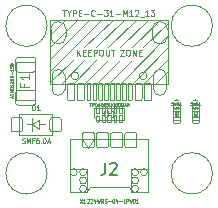
<source format=gbr>
%TF.GenerationSoftware,KiCad,Pcbnew,8.0.4*%
%TF.CreationDate,2024-08-22T18:58:07-07:00*%
%TF.ProjectId,UDB,5544422e-6b69-4636-9164-5f7063625858,C4-RC1*%
%TF.SameCoordinates,Original*%
%TF.FileFunction,AssemblyDrawing,Top*%
%FSLAX46Y46*%
G04 Gerber Fmt 4.6, Leading zero omitted, Abs format (unit mm)*
G04 Created by KiCad (PCBNEW 8.0.4) date 2024-08-22 18:58:07*
%MOMM*%
%LPD*%
G01*
G04 APERTURE LIST*
%ADD10C,0.060000*%
%ADD11C,0.063500*%
%ADD12C,0.120000*%
%ADD13C,0.040000*%
%ADD14C,0.150000*%
%ADD15C,0.125000*%
%ADD16C,0.100000*%
%ADD17C,0.080000*%
%ADD18C,0.050000*%
%ADD19C,0.100000*%
%TD*%
G04 APERTURE END LIST*
D10*
X82138165Y-65404285D02*
X82138165Y-65547142D01*
X82138165Y-65547142D02*
X82281022Y-65561428D01*
X82281022Y-65561428D02*
X82266737Y-65547142D01*
X82266737Y-65547142D02*
X82252451Y-65518571D01*
X82252451Y-65518571D02*
X82252451Y-65447142D01*
X82252451Y-65447142D02*
X82266737Y-65418571D01*
X82266737Y-65418571D02*
X82281022Y-65404285D01*
X82281022Y-65404285D02*
X82309594Y-65389999D01*
X82309594Y-65389999D02*
X82381022Y-65389999D01*
X82381022Y-65389999D02*
X82409594Y-65404285D01*
X82409594Y-65404285D02*
X82423880Y-65418571D01*
X82423880Y-65418571D02*
X82438165Y-65447142D01*
X82438165Y-65447142D02*
X82438165Y-65518571D01*
X82438165Y-65518571D02*
X82423880Y-65547142D01*
X82423880Y-65547142D02*
X82409594Y-65561428D01*
X82409594Y-65261428D02*
X82423880Y-65247142D01*
X82423880Y-65247142D02*
X82438165Y-65261428D01*
X82438165Y-65261428D02*
X82423880Y-65275714D01*
X82423880Y-65275714D02*
X82409594Y-65261428D01*
X82409594Y-65261428D02*
X82438165Y-65261428D01*
X82438165Y-64961428D02*
X82438165Y-65132857D01*
X82438165Y-65047142D02*
X82138165Y-65047142D01*
X82138165Y-65047142D02*
X82181022Y-65075714D01*
X82181022Y-65075714D02*
X82209594Y-65104285D01*
X82209594Y-65104285D02*
X82223880Y-65132857D01*
X82438165Y-64832857D02*
X82138165Y-64832857D01*
X82323880Y-64804286D02*
X82438165Y-64718571D01*
X82238165Y-64718571D02*
X82352451Y-64832857D01*
X80538165Y-65404285D02*
X80538165Y-65547142D01*
X80538165Y-65547142D02*
X80681022Y-65561428D01*
X80681022Y-65561428D02*
X80666737Y-65547142D01*
X80666737Y-65547142D02*
X80652451Y-65518571D01*
X80652451Y-65518571D02*
X80652451Y-65447142D01*
X80652451Y-65447142D02*
X80666737Y-65418571D01*
X80666737Y-65418571D02*
X80681022Y-65404285D01*
X80681022Y-65404285D02*
X80709594Y-65389999D01*
X80709594Y-65389999D02*
X80781022Y-65389999D01*
X80781022Y-65389999D02*
X80809594Y-65404285D01*
X80809594Y-65404285D02*
X80823880Y-65418571D01*
X80823880Y-65418571D02*
X80838165Y-65447142D01*
X80838165Y-65447142D02*
X80838165Y-65518571D01*
X80838165Y-65518571D02*
X80823880Y-65547142D01*
X80823880Y-65547142D02*
X80809594Y-65561428D01*
X80809594Y-65261428D02*
X80823880Y-65247142D01*
X80823880Y-65247142D02*
X80838165Y-65261428D01*
X80838165Y-65261428D02*
X80823880Y-65275714D01*
X80823880Y-65275714D02*
X80809594Y-65261428D01*
X80809594Y-65261428D02*
X80838165Y-65261428D01*
X80838165Y-64961428D02*
X80838165Y-65132857D01*
X80838165Y-65047142D02*
X80538165Y-65047142D01*
X80538165Y-65047142D02*
X80581022Y-65075714D01*
X80581022Y-65075714D02*
X80609594Y-65104285D01*
X80609594Y-65104285D02*
X80623880Y-65132857D01*
X80838165Y-64832857D02*
X80538165Y-64832857D01*
X80723880Y-64804286D02*
X80838165Y-64718571D01*
X80638165Y-64718571D02*
X80752451Y-64832857D01*
D11*
X66789131Y-64649477D02*
X66789131Y-64528524D01*
X66861703Y-64673667D02*
X66607703Y-64589000D01*
X66607703Y-64589000D02*
X66861703Y-64504334D01*
X66849608Y-64431763D02*
X66861703Y-64395477D01*
X66861703Y-64395477D02*
X66861703Y-64335001D01*
X66861703Y-64335001D02*
X66849608Y-64310810D01*
X66849608Y-64310810D02*
X66837512Y-64298715D01*
X66837512Y-64298715D02*
X66813322Y-64286620D01*
X66813322Y-64286620D02*
X66789131Y-64286620D01*
X66789131Y-64286620D02*
X66764941Y-64298715D01*
X66764941Y-64298715D02*
X66752846Y-64310810D01*
X66752846Y-64310810D02*
X66740750Y-64335001D01*
X66740750Y-64335001D02*
X66728655Y-64383382D01*
X66728655Y-64383382D02*
X66716560Y-64407572D01*
X66716560Y-64407572D02*
X66704465Y-64419667D01*
X66704465Y-64419667D02*
X66680274Y-64431763D01*
X66680274Y-64431763D02*
X66656084Y-64431763D01*
X66656084Y-64431763D02*
X66631893Y-64419667D01*
X66631893Y-64419667D02*
X66619798Y-64407572D01*
X66619798Y-64407572D02*
X66607703Y-64383382D01*
X66607703Y-64383382D02*
X66607703Y-64322905D01*
X66607703Y-64322905D02*
X66619798Y-64286620D01*
X66861703Y-64177762D02*
X66607703Y-64177762D01*
X66607703Y-64177762D02*
X66789131Y-64093096D01*
X66789131Y-64093096D02*
X66607703Y-64008429D01*
X66607703Y-64008429D02*
X66861703Y-64008429D01*
X66861703Y-63887476D02*
X66607703Y-63887476D01*
X66607703Y-63887476D02*
X66607703Y-63827000D01*
X66607703Y-63827000D02*
X66619798Y-63790714D01*
X66619798Y-63790714D02*
X66643988Y-63766524D01*
X66643988Y-63766524D02*
X66668179Y-63754429D01*
X66668179Y-63754429D02*
X66716560Y-63742333D01*
X66716560Y-63742333D02*
X66752846Y-63742333D01*
X66752846Y-63742333D02*
X66801227Y-63754429D01*
X66801227Y-63754429D02*
X66825417Y-63766524D01*
X66825417Y-63766524D02*
X66849608Y-63790714D01*
X66849608Y-63790714D02*
X66861703Y-63827000D01*
X66861703Y-63827000D02*
X66861703Y-63887476D01*
X66861703Y-63500429D02*
X66861703Y-63645572D01*
X66861703Y-63573000D02*
X66607703Y-63573000D01*
X66607703Y-63573000D02*
X66643988Y-63597191D01*
X66643988Y-63597191D02*
X66668179Y-63621381D01*
X66668179Y-63621381D02*
X66680274Y-63645572D01*
X66631893Y-63403667D02*
X66619798Y-63391571D01*
X66619798Y-63391571D02*
X66607703Y-63367381D01*
X66607703Y-63367381D02*
X66607703Y-63306905D01*
X66607703Y-63306905D02*
X66619798Y-63282714D01*
X66619798Y-63282714D02*
X66631893Y-63270619D01*
X66631893Y-63270619D02*
X66656084Y-63258524D01*
X66656084Y-63258524D02*
X66680274Y-63258524D01*
X66680274Y-63258524D02*
X66716560Y-63270619D01*
X66716560Y-63270619D02*
X66861703Y-63415762D01*
X66861703Y-63415762D02*
X66861703Y-63258524D01*
X66607703Y-63101285D02*
X66607703Y-63077095D01*
X66607703Y-63077095D02*
X66619798Y-63052904D01*
X66619798Y-63052904D02*
X66631893Y-63040809D01*
X66631893Y-63040809D02*
X66656084Y-63028714D01*
X66656084Y-63028714D02*
X66704465Y-63016619D01*
X66704465Y-63016619D02*
X66764941Y-63016619D01*
X66764941Y-63016619D02*
X66813322Y-63028714D01*
X66813322Y-63028714D02*
X66837512Y-63040809D01*
X66837512Y-63040809D02*
X66849608Y-63052904D01*
X66849608Y-63052904D02*
X66861703Y-63077095D01*
X66861703Y-63077095D02*
X66861703Y-63101285D01*
X66861703Y-63101285D02*
X66849608Y-63125476D01*
X66849608Y-63125476D02*
X66837512Y-63137571D01*
X66837512Y-63137571D02*
X66813322Y-63149666D01*
X66813322Y-63149666D02*
X66764941Y-63161762D01*
X66764941Y-63161762D02*
X66704465Y-63161762D01*
X66704465Y-63161762D02*
X66656084Y-63149666D01*
X66656084Y-63149666D02*
X66631893Y-63137571D01*
X66631893Y-63137571D02*
X66619798Y-63125476D01*
X66619798Y-63125476D02*
X66607703Y-63101285D01*
X66607703Y-62798904D02*
X66607703Y-62847285D01*
X66607703Y-62847285D02*
X66619798Y-62871476D01*
X66619798Y-62871476D02*
X66631893Y-62883571D01*
X66631893Y-62883571D02*
X66668179Y-62907761D01*
X66668179Y-62907761D02*
X66716560Y-62919857D01*
X66716560Y-62919857D02*
X66813322Y-62919857D01*
X66813322Y-62919857D02*
X66837512Y-62907761D01*
X66837512Y-62907761D02*
X66849608Y-62895666D01*
X66849608Y-62895666D02*
X66861703Y-62871476D01*
X66861703Y-62871476D02*
X66861703Y-62823095D01*
X66861703Y-62823095D02*
X66849608Y-62798904D01*
X66849608Y-62798904D02*
X66837512Y-62786809D01*
X66837512Y-62786809D02*
X66813322Y-62774714D01*
X66813322Y-62774714D02*
X66752846Y-62774714D01*
X66752846Y-62774714D02*
X66728655Y-62786809D01*
X66728655Y-62786809D02*
X66716560Y-62798904D01*
X66716560Y-62798904D02*
X66704465Y-62823095D01*
X66704465Y-62823095D02*
X66704465Y-62871476D01*
X66704465Y-62871476D02*
X66716560Y-62895666D01*
X66716560Y-62895666D02*
X66728655Y-62907761D01*
X66728655Y-62907761D02*
X66752846Y-62919857D01*
X66764941Y-62665856D02*
X66764941Y-62472333D01*
X66861703Y-62218333D02*
X66861703Y-62363476D01*
X66861703Y-62290904D02*
X66607703Y-62290904D01*
X66607703Y-62290904D02*
X66643988Y-62315095D01*
X66643988Y-62315095D02*
X66668179Y-62339285D01*
X66668179Y-62339285D02*
X66680274Y-62363476D01*
X66607703Y-61988523D02*
X66607703Y-62109475D01*
X66607703Y-62109475D02*
X66728655Y-62121571D01*
X66728655Y-62121571D02*
X66716560Y-62109475D01*
X66716560Y-62109475D02*
X66704465Y-62085285D01*
X66704465Y-62085285D02*
X66704465Y-62024809D01*
X66704465Y-62024809D02*
X66716560Y-62000618D01*
X66716560Y-62000618D02*
X66728655Y-61988523D01*
X66728655Y-61988523D02*
X66752846Y-61976428D01*
X66752846Y-61976428D02*
X66813322Y-61976428D01*
X66813322Y-61976428D02*
X66837512Y-61988523D01*
X66837512Y-61988523D02*
X66849608Y-62000618D01*
X66849608Y-62000618D02*
X66861703Y-62024809D01*
X66861703Y-62024809D02*
X66861703Y-62085285D01*
X66861703Y-62085285D02*
X66849608Y-62109475D01*
X66849608Y-62109475D02*
X66837512Y-62121571D01*
X66607703Y-61819189D02*
X66607703Y-61794999D01*
X66607703Y-61794999D02*
X66619798Y-61770808D01*
X66619798Y-61770808D02*
X66631893Y-61758713D01*
X66631893Y-61758713D02*
X66656084Y-61746618D01*
X66656084Y-61746618D02*
X66704465Y-61734523D01*
X66704465Y-61734523D02*
X66764941Y-61734523D01*
X66764941Y-61734523D02*
X66813322Y-61746618D01*
X66813322Y-61746618D02*
X66837512Y-61758713D01*
X66837512Y-61758713D02*
X66849608Y-61770808D01*
X66849608Y-61770808D02*
X66861703Y-61794999D01*
X66861703Y-61794999D02*
X66861703Y-61819189D01*
X66861703Y-61819189D02*
X66849608Y-61843380D01*
X66849608Y-61843380D02*
X66837512Y-61855475D01*
X66837512Y-61855475D02*
X66813322Y-61867570D01*
X66813322Y-61867570D02*
X66764941Y-61879666D01*
X66764941Y-61879666D02*
X66704465Y-61879666D01*
X66704465Y-61879666D02*
X66656084Y-61867570D01*
X66656084Y-61867570D02*
X66631893Y-61855475D01*
X66631893Y-61855475D02*
X66619798Y-61843380D01*
X66619798Y-61843380D02*
X66607703Y-61819189D01*
D12*
X67835307Y-63473666D02*
X67835307Y-63740332D01*
X68254355Y-63740332D02*
X67454355Y-63740332D01*
X67454355Y-63740332D02*
X67454355Y-63359380D01*
X68254355Y-62635571D02*
X68254355Y-63092714D01*
X68254355Y-62864142D02*
X67454355Y-62864142D01*
X67454355Y-62864142D02*
X67568640Y-62940333D01*
X67568640Y-62940333D02*
X67644831Y-63016523D01*
X67644831Y-63016523D02*
X67682926Y-63092714D01*
D10*
X82038214Y-64975665D02*
X81895357Y-64975665D01*
X81895357Y-64975665D02*
X81881071Y-65118522D01*
X81881071Y-65118522D02*
X81895357Y-65104237D01*
X81895357Y-65104237D02*
X81923929Y-65089951D01*
X81923929Y-65089951D02*
X81995357Y-65089951D01*
X81995357Y-65089951D02*
X82023929Y-65104237D01*
X82023929Y-65104237D02*
X82038214Y-65118522D01*
X82038214Y-65118522D02*
X82052500Y-65147094D01*
X82052500Y-65147094D02*
X82052500Y-65218522D01*
X82052500Y-65218522D02*
X82038214Y-65247094D01*
X82038214Y-65247094D02*
X82023929Y-65261380D01*
X82023929Y-65261380D02*
X81995357Y-65275665D01*
X81995357Y-65275665D02*
X81923929Y-65275665D01*
X81923929Y-65275665D02*
X81895357Y-65261380D01*
X81895357Y-65261380D02*
X81881071Y-65247094D01*
X82181071Y-65247094D02*
X82195357Y-65261380D01*
X82195357Y-65261380D02*
X82181071Y-65275665D01*
X82181071Y-65275665D02*
X82166785Y-65261380D01*
X82166785Y-65261380D02*
X82181071Y-65247094D01*
X82181071Y-65247094D02*
X82181071Y-65275665D01*
X82481071Y-65275665D02*
X82309642Y-65275665D01*
X82395357Y-65275665D02*
X82395357Y-64975665D01*
X82395357Y-64975665D02*
X82366785Y-65018522D01*
X82366785Y-65018522D02*
X82338214Y-65047094D01*
X82338214Y-65047094D02*
X82309642Y-65061380D01*
X82609642Y-65275665D02*
X82609642Y-64975665D01*
X82638214Y-65161380D02*
X82723928Y-65275665D01*
X82723928Y-65075665D02*
X82609642Y-65189951D01*
D13*
X82420700Y-66036332D02*
X82296891Y-66122999D01*
X82420700Y-66184904D02*
X82160700Y-66184904D01*
X82160700Y-66184904D02*
X82160700Y-66085856D01*
X82160700Y-66085856D02*
X82173081Y-66061094D01*
X82173081Y-66061094D02*
X82185462Y-66048713D01*
X82185462Y-66048713D02*
X82210224Y-66036332D01*
X82210224Y-66036332D02*
X82247367Y-66036332D01*
X82247367Y-66036332D02*
X82272129Y-66048713D01*
X82272129Y-66048713D02*
X82284510Y-66061094D01*
X82284510Y-66061094D02*
X82296891Y-66085856D01*
X82296891Y-66085856D02*
X82296891Y-66184904D01*
X82185462Y-65937285D02*
X82173081Y-65924904D01*
X82173081Y-65924904D02*
X82160700Y-65900142D01*
X82160700Y-65900142D02*
X82160700Y-65838237D01*
X82160700Y-65838237D02*
X82173081Y-65813475D01*
X82173081Y-65813475D02*
X82185462Y-65801094D01*
X82185462Y-65801094D02*
X82210224Y-65788713D01*
X82210224Y-65788713D02*
X82234986Y-65788713D01*
X82234986Y-65788713D02*
X82272129Y-65801094D01*
X82272129Y-65801094D02*
X82420700Y-65949666D01*
X82420700Y-65949666D02*
X82420700Y-65788713D01*
D10*
X80438214Y-64975665D02*
X80295357Y-64975665D01*
X80295357Y-64975665D02*
X80281071Y-65118522D01*
X80281071Y-65118522D02*
X80295357Y-65104237D01*
X80295357Y-65104237D02*
X80323929Y-65089951D01*
X80323929Y-65089951D02*
X80395357Y-65089951D01*
X80395357Y-65089951D02*
X80423929Y-65104237D01*
X80423929Y-65104237D02*
X80438214Y-65118522D01*
X80438214Y-65118522D02*
X80452500Y-65147094D01*
X80452500Y-65147094D02*
X80452500Y-65218522D01*
X80452500Y-65218522D02*
X80438214Y-65247094D01*
X80438214Y-65247094D02*
X80423929Y-65261380D01*
X80423929Y-65261380D02*
X80395357Y-65275665D01*
X80395357Y-65275665D02*
X80323929Y-65275665D01*
X80323929Y-65275665D02*
X80295357Y-65261380D01*
X80295357Y-65261380D02*
X80281071Y-65247094D01*
X80581071Y-65247094D02*
X80595357Y-65261380D01*
X80595357Y-65261380D02*
X80581071Y-65275665D01*
X80581071Y-65275665D02*
X80566785Y-65261380D01*
X80566785Y-65261380D02*
X80581071Y-65247094D01*
X80581071Y-65247094D02*
X80581071Y-65275665D01*
X80881071Y-65275665D02*
X80709642Y-65275665D01*
X80795357Y-65275665D02*
X80795357Y-64975665D01*
X80795357Y-64975665D02*
X80766785Y-65018522D01*
X80766785Y-65018522D02*
X80738214Y-65047094D01*
X80738214Y-65047094D02*
X80709642Y-65061380D01*
X81009642Y-65275665D02*
X81009642Y-64975665D01*
X81038214Y-65161380D02*
X81123928Y-65275665D01*
X81123928Y-65075665D02*
X81009642Y-65189951D01*
D13*
X80820700Y-66036332D02*
X80696891Y-66122999D01*
X80820700Y-66184904D02*
X80560700Y-66184904D01*
X80560700Y-66184904D02*
X80560700Y-66085856D01*
X80560700Y-66085856D02*
X80573081Y-66061094D01*
X80573081Y-66061094D02*
X80585462Y-66048713D01*
X80585462Y-66048713D02*
X80610224Y-66036332D01*
X80610224Y-66036332D02*
X80647367Y-66036332D01*
X80647367Y-66036332D02*
X80672129Y-66048713D01*
X80672129Y-66048713D02*
X80684510Y-66061094D01*
X80684510Y-66061094D02*
X80696891Y-66085856D01*
X80696891Y-66085856D02*
X80696891Y-66184904D01*
X80820700Y-65788713D02*
X80820700Y-65937285D01*
X80820700Y-65862999D02*
X80560700Y-65862999D01*
X80560700Y-65862999D02*
X80597843Y-65887761D01*
X80597843Y-65887761D02*
X80622605Y-65912523D01*
X80622605Y-65912523D02*
X80634986Y-65937285D01*
D14*
X74671166Y-70154819D02*
X74671166Y-70869104D01*
X74671166Y-70869104D02*
X74623547Y-71011961D01*
X74623547Y-71011961D02*
X74528309Y-71107200D01*
X74528309Y-71107200D02*
X74385452Y-71154819D01*
X74385452Y-71154819D02*
X74290214Y-71154819D01*
X75099738Y-70250057D02*
X75147357Y-70202438D01*
X75147357Y-70202438D02*
X75242595Y-70154819D01*
X75242595Y-70154819D02*
X75480690Y-70154819D01*
X75480690Y-70154819D02*
X75575928Y-70202438D01*
X75575928Y-70202438D02*
X75623547Y-70250057D01*
X75623547Y-70250057D02*
X75671166Y-70345295D01*
X75671166Y-70345295D02*
X75671166Y-70440533D01*
X75671166Y-70440533D02*
X75623547Y-70583390D01*
X75623547Y-70583390D02*
X75052119Y-71154819D01*
X75052119Y-71154819D02*
X75671166Y-71154819D01*
D10*
X72525930Y-73225665D02*
X72725930Y-73525665D01*
X72725930Y-73225665D02*
X72525930Y-73525665D01*
X72997358Y-73525665D02*
X72825929Y-73525665D01*
X72911644Y-73525665D02*
X72911644Y-73225665D01*
X72911644Y-73225665D02*
X72883072Y-73268522D01*
X72883072Y-73268522D02*
X72854501Y-73297094D01*
X72854501Y-73297094D02*
X72825929Y-73311380D01*
X73111643Y-73254237D02*
X73125929Y-73239951D01*
X73125929Y-73239951D02*
X73154501Y-73225665D01*
X73154501Y-73225665D02*
X73225929Y-73225665D01*
X73225929Y-73225665D02*
X73254501Y-73239951D01*
X73254501Y-73239951D02*
X73268786Y-73254237D01*
X73268786Y-73254237D02*
X73283072Y-73282808D01*
X73283072Y-73282808D02*
X73283072Y-73311380D01*
X73283072Y-73311380D02*
X73268786Y-73354237D01*
X73268786Y-73354237D02*
X73097358Y-73525665D01*
X73097358Y-73525665D02*
X73283072Y-73525665D01*
X73397357Y-73254237D02*
X73411643Y-73239951D01*
X73411643Y-73239951D02*
X73440215Y-73225665D01*
X73440215Y-73225665D02*
X73511643Y-73225665D01*
X73511643Y-73225665D02*
X73540215Y-73239951D01*
X73540215Y-73239951D02*
X73554500Y-73254237D01*
X73554500Y-73254237D02*
X73568786Y-73282808D01*
X73568786Y-73282808D02*
X73568786Y-73311380D01*
X73568786Y-73311380D02*
X73554500Y-73354237D01*
X73554500Y-73354237D02*
X73383072Y-73525665D01*
X73383072Y-73525665D02*
X73568786Y-73525665D01*
X73825929Y-73325665D02*
X73825929Y-73525665D01*
X73754500Y-73211380D02*
X73683071Y-73425665D01*
X73683071Y-73425665D02*
X73868786Y-73425665D01*
X73954500Y-73225665D02*
X74025928Y-73525665D01*
X74025928Y-73525665D02*
X74083071Y-73311380D01*
X74083071Y-73311380D02*
X74140214Y-73525665D01*
X74140214Y-73525665D02*
X74211643Y-73225665D01*
X74497357Y-73525665D02*
X74397357Y-73382808D01*
X74325928Y-73525665D02*
X74325928Y-73225665D01*
X74325928Y-73225665D02*
X74440214Y-73225665D01*
X74440214Y-73225665D02*
X74468785Y-73239951D01*
X74468785Y-73239951D02*
X74483071Y-73254237D01*
X74483071Y-73254237D02*
X74497357Y-73282808D01*
X74497357Y-73282808D02*
X74497357Y-73325665D01*
X74497357Y-73325665D02*
X74483071Y-73354237D01*
X74483071Y-73354237D02*
X74468785Y-73368522D01*
X74468785Y-73368522D02*
X74440214Y-73382808D01*
X74440214Y-73382808D02*
X74325928Y-73382808D01*
X74611642Y-73511380D02*
X74654500Y-73525665D01*
X74654500Y-73525665D02*
X74725928Y-73525665D01*
X74725928Y-73525665D02*
X74754500Y-73511380D01*
X74754500Y-73511380D02*
X74768785Y-73497094D01*
X74768785Y-73497094D02*
X74783071Y-73468522D01*
X74783071Y-73468522D02*
X74783071Y-73439951D01*
X74783071Y-73439951D02*
X74768785Y-73411380D01*
X74768785Y-73411380D02*
X74754500Y-73397094D01*
X74754500Y-73397094D02*
X74725928Y-73382808D01*
X74725928Y-73382808D02*
X74668785Y-73368522D01*
X74668785Y-73368522D02*
X74640214Y-73354237D01*
X74640214Y-73354237D02*
X74625928Y-73339951D01*
X74625928Y-73339951D02*
X74611642Y-73311380D01*
X74611642Y-73311380D02*
X74611642Y-73282808D01*
X74611642Y-73282808D02*
X74625928Y-73254237D01*
X74625928Y-73254237D02*
X74640214Y-73239951D01*
X74640214Y-73239951D02*
X74668785Y-73225665D01*
X74668785Y-73225665D02*
X74740214Y-73225665D01*
X74740214Y-73225665D02*
X74783071Y-73239951D01*
X74911642Y-73411380D02*
X75140214Y-73411380D01*
X75340214Y-73225665D02*
X75368785Y-73225665D01*
X75368785Y-73225665D02*
X75397357Y-73239951D01*
X75397357Y-73239951D02*
X75411643Y-73254237D01*
X75411643Y-73254237D02*
X75425928Y-73282808D01*
X75425928Y-73282808D02*
X75440214Y-73339951D01*
X75440214Y-73339951D02*
X75440214Y-73411380D01*
X75440214Y-73411380D02*
X75425928Y-73468522D01*
X75425928Y-73468522D02*
X75411643Y-73497094D01*
X75411643Y-73497094D02*
X75397357Y-73511380D01*
X75397357Y-73511380D02*
X75368785Y-73525665D01*
X75368785Y-73525665D02*
X75340214Y-73525665D01*
X75340214Y-73525665D02*
X75311643Y-73511380D01*
X75311643Y-73511380D02*
X75297357Y-73497094D01*
X75297357Y-73497094D02*
X75283071Y-73468522D01*
X75283071Y-73468522D02*
X75268785Y-73411380D01*
X75268785Y-73411380D02*
X75268785Y-73339951D01*
X75268785Y-73339951D02*
X75283071Y-73282808D01*
X75283071Y-73282808D02*
X75297357Y-73254237D01*
X75297357Y-73254237D02*
X75311643Y-73239951D01*
X75311643Y-73239951D02*
X75340214Y-73225665D01*
X75697357Y-73325665D02*
X75697357Y-73525665D01*
X75625928Y-73211380D02*
X75554499Y-73425665D01*
X75554499Y-73425665D02*
X75740214Y-73425665D01*
X75854499Y-73411380D02*
X76083071Y-73411380D01*
X76368785Y-73525665D02*
X76225928Y-73525665D01*
X76225928Y-73525665D02*
X76225928Y-73225665D01*
X76468785Y-73525665D02*
X76468785Y-73225665D01*
X76468785Y-73225665D02*
X76583071Y-73225665D01*
X76583071Y-73225665D02*
X76611642Y-73239951D01*
X76611642Y-73239951D02*
X76625928Y-73254237D01*
X76625928Y-73254237D02*
X76640214Y-73282808D01*
X76640214Y-73282808D02*
X76640214Y-73325665D01*
X76640214Y-73325665D02*
X76625928Y-73354237D01*
X76625928Y-73354237D02*
X76611642Y-73368522D01*
X76611642Y-73368522D02*
X76583071Y-73382808D01*
X76583071Y-73382808D02*
X76468785Y-73382808D01*
X76725928Y-73225665D02*
X76825928Y-73525665D01*
X76825928Y-73525665D02*
X76925928Y-73225665D01*
X77083071Y-73225665D02*
X77111642Y-73225665D01*
X77111642Y-73225665D02*
X77140214Y-73239951D01*
X77140214Y-73239951D02*
X77154500Y-73254237D01*
X77154500Y-73254237D02*
X77168785Y-73282808D01*
X77168785Y-73282808D02*
X77183071Y-73339951D01*
X77183071Y-73339951D02*
X77183071Y-73411380D01*
X77183071Y-73411380D02*
X77168785Y-73468522D01*
X77168785Y-73468522D02*
X77154500Y-73497094D01*
X77154500Y-73497094D02*
X77140214Y-73511380D01*
X77140214Y-73511380D02*
X77111642Y-73525665D01*
X77111642Y-73525665D02*
X77083071Y-73525665D01*
X77083071Y-73525665D02*
X77054500Y-73511380D01*
X77054500Y-73511380D02*
X77040214Y-73497094D01*
X77040214Y-73497094D02*
X77025928Y-73468522D01*
X77025928Y-73468522D02*
X77011642Y-73411380D01*
X77011642Y-73411380D02*
X77011642Y-73339951D01*
X77011642Y-73339951D02*
X77025928Y-73282808D01*
X77025928Y-73282808D02*
X77040214Y-73254237D01*
X77040214Y-73254237D02*
X77054500Y-73239951D01*
X77054500Y-73239951D02*
X77083071Y-73225665D01*
X77468785Y-73525665D02*
X77297356Y-73525665D01*
X77383071Y-73525665D02*
X77383071Y-73225665D01*
X77383071Y-73225665D02*
X77354499Y-73268522D01*
X77354499Y-73268522D02*
X77325928Y-73297094D01*
X77325928Y-73297094D02*
X77297356Y-73311380D01*
D14*
X74666666Y-70154819D02*
X74666666Y-70869104D01*
X74666666Y-70869104D02*
X74619047Y-71011961D01*
X74619047Y-71011961D02*
X74523809Y-71107200D01*
X74523809Y-71107200D02*
X74380952Y-71154819D01*
X74380952Y-71154819D02*
X74285714Y-71154819D01*
X75095238Y-70250057D02*
X75142857Y-70202438D01*
X75142857Y-70202438D02*
X75238095Y-70154819D01*
X75238095Y-70154819D02*
X75476190Y-70154819D01*
X75476190Y-70154819D02*
X75571428Y-70202438D01*
X75571428Y-70202438D02*
X75619047Y-70250057D01*
X75619047Y-70250057D02*
X75666666Y-70345295D01*
X75666666Y-70345295D02*
X75666666Y-70440533D01*
X75666666Y-70440533D02*
X75619047Y-70583390D01*
X75619047Y-70583390D02*
X75047619Y-71154819D01*
X75047619Y-71154819D02*
X75666666Y-71154819D01*
D15*
X71035835Y-57217809D02*
X71321549Y-57217809D01*
X71178692Y-57717809D02*
X71178692Y-57217809D01*
X71583453Y-57479714D02*
X71583453Y-57717809D01*
X71416787Y-57217809D02*
X71583453Y-57479714D01*
X71583453Y-57479714D02*
X71750120Y-57217809D01*
X71916786Y-57717809D02*
X71916786Y-57217809D01*
X71916786Y-57217809D02*
X72107262Y-57217809D01*
X72107262Y-57217809D02*
X72154881Y-57241619D01*
X72154881Y-57241619D02*
X72178691Y-57265428D01*
X72178691Y-57265428D02*
X72202500Y-57313047D01*
X72202500Y-57313047D02*
X72202500Y-57384476D01*
X72202500Y-57384476D02*
X72178691Y-57432095D01*
X72178691Y-57432095D02*
X72154881Y-57455904D01*
X72154881Y-57455904D02*
X72107262Y-57479714D01*
X72107262Y-57479714D02*
X71916786Y-57479714D01*
X72416786Y-57455904D02*
X72583453Y-57455904D01*
X72654881Y-57717809D02*
X72416786Y-57717809D01*
X72416786Y-57717809D02*
X72416786Y-57217809D01*
X72416786Y-57217809D02*
X72654881Y-57217809D01*
X72869167Y-57527333D02*
X73250120Y-57527333D01*
X73773929Y-57670190D02*
X73750120Y-57694000D01*
X73750120Y-57694000D02*
X73678691Y-57717809D01*
X73678691Y-57717809D02*
X73631072Y-57717809D01*
X73631072Y-57717809D02*
X73559644Y-57694000D01*
X73559644Y-57694000D02*
X73512025Y-57646380D01*
X73512025Y-57646380D02*
X73488215Y-57598761D01*
X73488215Y-57598761D02*
X73464406Y-57503523D01*
X73464406Y-57503523D02*
X73464406Y-57432095D01*
X73464406Y-57432095D02*
X73488215Y-57336857D01*
X73488215Y-57336857D02*
X73512025Y-57289238D01*
X73512025Y-57289238D02*
X73559644Y-57241619D01*
X73559644Y-57241619D02*
X73631072Y-57217809D01*
X73631072Y-57217809D02*
X73678691Y-57217809D01*
X73678691Y-57217809D02*
X73750120Y-57241619D01*
X73750120Y-57241619D02*
X73773929Y-57265428D01*
X73988215Y-57527333D02*
X74369168Y-57527333D01*
X74559644Y-57217809D02*
X74869168Y-57217809D01*
X74869168Y-57217809D02*
X74702501Y-57408285D01*
X74702501Y-57408285D02*
X74773930Y-57408285D01*
X74773930Y-57408285D02*
X74821549Y-57432095D01*
X74821549Y-57432095D02*
X74845358Y-57455904D01*
X74845358Y-57455904D02*
X74869168Y-57503523D01*
X74869168Y-57503523D02*
X74869168Y-57622571D01*
X74869168Y-57622571D02*
X74845358Y-57670190D01*
X74845358Y-57670190D02*
X74821549Y-57694000D01*
X74821549Y-57694000D02*
X74773930Y-57717809D01*
X74773930Y-57717809D02*
X74631073Y-57717809D01*
X74631073Y-57717809D02*
X74583454Y-57694000D01*
X74583454Y-57694000D02*
X74559644Y-57670190D01*
X75345358Y-57717809D02*
X75059644Y-57717809D01*
X75202501Y-57717809D02*
X75202501Y-57217809D01*
X75202501Y-57217809D02*
X75154882Y-57289238D01*
X75154882Y-57289238D02*
X75107263Y-57336857D01*
X75107263Y-57336857D02*
X75059644Y-57360666D01*
X75559643Y-57527333D02*
X75940596Y-57527333D01*
X76178691Y-57717809D02*
X76178691Y-57217809D01*
X76178691Y-57217809D02*
X76345358Y-57574952D01*
X76345358Y-57574952D02*
X76512024Y-57217809D01*
X76512024Y-57217809D02*
X76512024Y-57717809D01*
X77012025Y-57717809D02*
X76726311Y-57717809D01*
X76869168Y-57717809D02*
X76869168Y-57217809D01*
X76869168Y-57217809D02*
X76821549Y-57289238D01*
X76821549Y-57289238D02*
X76773930Y-57336857D01*
X76773930Y-57336857D02*
X76726311Y-57360666D01*
X77202501Y-57265428D02*
X77226310Y-57241619D01*
X77226310Y-57241619D02*
X77273929Y-57217809D01*
X77273929Y-57217809D02*
X77392977Y-57217809D01*
X77392977Y-57217809D02*
X77440596Y-57241619D01*
X77440596Y-57241619D02*
X77464405Y-57265428D01*
X77464405Y-57265428D02*
X77488215Y-57313047D01*
X77488215Y-57313047D02*
X77488215Y-57360666D01*
X77488215Y-57360666D02*
X77464405Y-57432095D01*
X77464405Y-57432095D02*
X77178691Y-57717809D01*
X77178691Y-57717809D02*
X77488215Y-57717809D01*
X77583453Y-57765428D02*
X77964405Y-57765428D01*
X78345357Y-57717809D02*
X78059643Y-57717809D01*
X78202500Y-57717809D02*
X78202500Y-57217809D01*
X78202500Y-57217809D02*
X78154881Y-57289238D01*
X78154881Y-57289238D02*
X78107262Y-57336857D01*
X78107262Y-57336857D02*
X78059643Y-57360666D01*
X78512023Y-57217809D02*
X78821547Y-57217809D01*
X78821547Y-57217809D02*
X78654880Y-57408285D01*
X78654880Y-57408285D02*
X78726309Y-57408285D01*
X78726309Y-57408285D02*
X78773928Y-57432095D01*
X78773928Y-57432095D02*
X78797737Y-57455904D01*
X78797737Y-57455904D02*
X78821547Y-57503523D01*
X78821547Y-57503523D02*
X78821547Y-57622571D01*
X78821547Y-57622571D02*
X78797737Y-57670190D01*
X78797737Y-57670190D02*
X78773928Y-57694000D01*
X78773928Y-57694000D02*
X78726309Y-57717809D01*
X78726309Y-57717809D02*
X78583452Y-57717809D01*
X78583452Y-57717809D02*
X78535833Y-57694000D01*
X78535833Y-57694000D02*
X78512023Y-57670190D01*
X72276309Y-61067809D02*
X72276309Y-60567809D01*
X72562023Y-61067809D02*
X72347738Y-60782095D01*
X72562023Y-60567809D02*
X72276309Y-60853523D01*
X72776309Y-60805904D02*
X72942976Y-60805904D01*
X73014404Y-61067809D02*
X72776309Y-61067809D01*
X72776309Y-61067809D02*
X72776309Y-60567809D01*
X72776309Y-60567809D02*
X73014404Y-60567809D01*
X73228690Y-60805904D02*
X73395357Y-60805904D01*
X73466785Y-61067809D02*
X73228690Y-61067809D01*
X73228690Y-61067809D02*
X73228690Y-60567809D01*
X73228690Y-60567809D02*
X73466785Y-60567809D01*
X73681071Y-61067809D02*
X73681071Y-60567809D01*
X73681071Y-60567809D02*
X73871547Y-60567809D01*
X73871547Y-60567809D02*
X73919166Y-60591619D01*
X73919166Y-60591619D02*
X73942976Y-60615428D01*
X73942976Y-60615428D02*
X73966785Y-60663047D01*
X73966785Y-60663047D02*
X73966785Y-60734476D01*
X73966785Y-60734476D02*
X73942976Y-60782095D01*
X73942976Y-60782095D02*
X73919166Y-60805904D01*
X73919166Y-60805904D02*
X73871547Y-60829714D01*
X73871547Y-60829714D02*
X73681071Y-60829714D01*
X74276309Y-60567809D02*
X74371547Y-60567809D01*
X74371547Y-60567809D02*
X74419166Y-60591619D01*
X74419166Y-60591619D02*
X74466785Y-60639238D01*
X74466785Y-60639238D02*
X74490595Y-60734476D01*
X74490595Y-60734476D02*
X74490595Y-60901142D01*
X74490595Y-60901142D02*
X74466785Y-60996380D01*
X74466785Y-60996380D02*
X74419166Y-61044000D01*
X74419166Y-61044000D02*
X74371547Y-61067809D01*
X74371547Y-61067809D02*
X74276309Y-61067809D01*
X74276309Y-61067809D02*
X74228690Y-61044000D01*
X74228690Y-61044000D02*
X74181071Y-60996380D01*
X74181071Y-60996380D02*
X74157262Y-60901142D01*
X74157262Y-60901142D02*
X74157262Y-60734476D01*
X74157262Y-60734476D02*
X74181071Y-60639238D01*
X74181071Y-60639238D02*
X74228690Y-60591619D01*
X74228690Y-60591619D02*
X74276309Y-60567809D01*
X74704881Y-60567809D02*
X74704881Y-60972571D01*
X74704881Y-60972571D02*
X74728691Y-61020190D01*
X74728691Y-61020190D02*
X74752500Y-61044000D01*
X74752500Y-61044000D02*
X74800119Y-61067809D01*
X74800119Y-61067809D02*
X74895357Y-61067809D01*
X74895357Y-61067809D02*
X74942976Y-61044000D01*
X74942976Y-61044000D02*
X74966786Y-61020190D01*
X74966786Y-61020190D02*
X74990595Y-60972571D01*
X74990595Y-60972571D02*
X74990595Y-60567809D01*
X75157263Y-60567809D02*
X75442977Y-60567809D01*
X75300120Y-61067809D02*
X75300120Y-60567809D01*
X75942976Y-60567809D02*
X76276309Y-60567809D01*
X76276309Y-60567809D02*
X75942976Y-61067809D01*
X75942976Y-61067809D02*
X76276309Y-61067809D01*
X76562023Y-60567809D02*
X76657261Y-60567809D01*
X76657261Y-60567809D02*
X76704880Y-60591619D01*
X76704880Y-60591619D02*
X76752499Y-60639238D01*
X76752499Y-60639238D02*
X76776309Y-60734476D01*
X76776309Y-60734476D02*
X76776309Y-60901142D01*
X76776309Y-60901142D02*
X76752499Y-60996380D01*
X76752499Y-60996380D02*
X76704880Y-61044000D01*
X76704880Y-61044000D02*
X76657261Y-61067809D01*
X76657261Y-61067809D02*
X76562023Y-61067809D01*
X76562023Y-61067809D02*
X76514404Y-61044000D01*
X76514404Y-61044000D02*
X76466785Y-60996380D01*
X76466785Y-60996380D02*
X76442976Y-60901142D01*
X76442976Y-60901142D02*
X76442976Y-60734476D01*
X76442976Y-60734476D02*
X76466785Y-60639238D01*
X76466785Y-60639238D02*
X76514404Y-60591619D01*
X76514404Y-60591619D02*
X76562023Y-60567809D01*
X76990595Y-61067809D02*
X76990595Y-60567809D01*
X76990595Y-60567809D02*
X77276309Y-61067809D01*
X77276309Y-61067809D02*
X77276309Y-60567809D01*
X77514405Y-60805904D02*
X77681072Y-60805904D01*
X77752500Y-61067809D02*
X77514405Y-61067809D01*
X77514405Y-61067809D02*
X77514405Y-60567809D01*
X77514405Y-60567809D02*
X77752500Y-60567809D01*
D11*
X73327309Y-65084203D02*
X73472452Y-65084203D01*
X73399880Y-65338203D02*
X73399880Y-65084203D01*
X73557119Y-65338203D02*
X73557119Y-65084203D01*
X73557119Y-65084203D02*
X73653881Y-65084203D01*
X73653881Y-65084203D02*
X73678071Y-65096298D01*
X73678071Y-65096298D02*
X73690166Y-65108393D01*
X73690166Y-65108393D02*
X73702262Y-65132584D01*
X73702262Y-65132584D02*
X73702262Y-65168869D01*
X73702262Y-65168869D02*
X73690166Y-65193060D01*
X73690166Y-65193060D02*
X73678071Y-65205155D01*
X73678071Y-65205155D02*
X73653881Y-65217250D01*
X73653881Y-65217250D02*
X73557119Y-65217250D01*
X73811119Y-65338203D02*
X73811119Y-65084203D01*
X73811119Y-65084203D02*
X73871595Y-65084203D01*
X73871595Y-65084203D02*
X73907881Y-65096298D01*
X73907881Y-65096298D02*
X73932071Y-65120488D01*
X73932071Y-65120488D02*
X73944166Y-65144679D01*
X73944166Y-65144679D02*
X73956262Y-65193060D01*
X73956262Y-65193060D02*
X73956262Y-65229346D01*
X73956262Y-65229346D02*
X73944166Y-65277727D01*
X73944166Y-65277727D02*
X73932071Y-65301917D01*
X73932071Y-65301917D02*
X73907881Y-65326108D01*
X73907881Y-65326108D02*
X73871595Y-65338203D01*
X73871595Y-65338203D02*
X73811119Y-65338203D01*
X74173976Y-65168869D02*
X74173976Y-65338203D01*
X74113500Y-65072108D02*
X74053023Y-65253536D01*
X74053023Y-65253536D02*
X74210262Y-65253536D01*
X74307024Y-65205155D02*
X74391690Y-65205155D01*
X74427976Y-65338203D02*
X74307024Y-65338203D01*
X74307024Y-65338203D02*
X74307024Y-65084203D01*
X74307024Y-65084203D02*
X74427976Y-65084203D01*
X74585215Y-65084203D02*
X74609405Y-65084203D01*
X74609405Y-65084203D02*
X74633596Y-65096298D01*
X74633596Y-65096298D02*
X74645691Y-65108393D01*
X74645691Y-65108393D02*
X74657786Y-65132584D01*
X74657786Y-65132584D02*
X74669881Y-65180965D01*
X74669881Y-65180965D02*
X74669881Y-65241441D01*
X74669881Y-65241441D02*
X74657786Y-65289822D01*
X74657786Y-65289822D02*
X74645691Y-65314012D01*
X74645691Y-65314012D02*
X74633596Y-65326108D01*
X74633596Y-65326108D02*
X74609405Y-65338203D01*
X74609405Y-65338203D02*
X74585215Y-65338203D01*
X74585215Y-65338203D02*
X74561024Y-65326108D01*
X74561024Y-65326108D02*
X74548929Y-65314012D01*
X74548929Y-65314012D02*
X74536834Y-65289822D01*
X74536834Y-65289822D02*
X74524738Y-65241441D01*
X74524738Y-65241441D02*
X74524738Y-65180965D01*
X74524738Y-65180965D02*
X74536834Y-65132584D01*
X74536834Y-65132584D02*
X74548929Y-65108393D01*
X74548929Y-65108393D02*
X74561024Y-65096298D01*
X74561024Y-65096298D02*
X74585215Y-65084203D01*
X74899691Y-65084203D02*
X74778739Y-65084203D01*
X74778739Y-65084203D02*
X74766643Y-65205155D01*
X74766643Y-65205155D02*
X74778739Y-65193060D01*
X74778739Y-65193060D02*
X74802929Y-65180965D01*
X74802929Y-65180965D02*
X74863405Y-65180965D01*
X74863405Y-65180965D02*
X74887596Y-65193060D01*
X74887596Y-65193060D02*
X74899691Y-65205155D01*
X74899691Y-65205155D02*
X74911786Y-65229346D01*
X74911786Y-65229346D02*
X74911786Y-65289822D01*
X74911786Y-65289822D02*
X74899691Y-65314012D01*
X74899691Y-65314012D02*
X74887596Y-65326108D01*
X74887596Y-65326108D02*
X74863405Y-65338203D01*
X74863405Y-65338203D02*
X74802929Y-65338203D01*
X74802929Y-65338203D02*
X74778739Y-65326108D01*
X74778739Y-65326108D02*
X74766643Y-65314012D01*
X75020644Y-65084203D02*
X75020644Y-65289822D01*
X75020644Y-65289822D02*
X75032739Y-65314012D01*
X75032739Y-65314012D02*
X75044834Y-65326108D01*
X75044834Y-65326108D02*
X75069025Y-65338203D01*
X75069025Y-65338203D02*
X75117406Y-65338203D01*
X75117406Y-65338203D02*
X75141596Y-65326108D01*
X75141596Y-65326108D02*
X75153691Y-65314012D01*
X75153691Y-65314012D02*
X75165787Y-65289822D01*
X75165787Y-65289822D02*
X75165787Y-65084203D01*
X75335120Y-65084203D02*
X75359310Y-65084203D01*
X75359310Y-65084203D02*
X75383501Y-65096298D01*
X75383501Y-65096298D02*
X75395596Y-65108393D01*
X75395596Y-65108393D02*
X75407691Y-65132584D01*
X75407691Y-65132584D02*
X75419786Y-65180965D01*
X75419786Y-65180965D02*
X75419786Y-65241441D01*
X75419786Y-65241441D02*
X75407691Y-65289822D01*
X75407691Y-65289822D02*
X75395596Y-65314012D01*
X75395596Y-65314012D02*
X75383501Y-65326108D01*
X75383501Y-65326108D02*
X75359310Y-65338203D01*
X75359310Y-65338203D02*
X75335120Y-65338203D01*
X75335120Y-65338203D02*
X75310929Y-65326108D01*
X75310929Y-65326108D02*
X75298834Y-65314012D01*
X75298834Y-65314012D02*
X75286739Y-65289822D01*
X75286739Y-65289822D02*
X75274643Y-65241441D01*
X75274643Y-65241441D02*
X75274643Y-65180965D01*
X75274643Y-65180965D02*
X75286739Y-65132584D01*
X75286739Y-65132584D02*
X75298834Y-65108393D01*
X75298834Y-65108393D02*
X75310929Y-65096298D01*
X75310929Y-65096298D02*
X75335120Y-65084203D01*
X75637501Y-65084203D02*
X75589120Y-65084203D01*
X75589120Y-65084203D02*
X75564929Y-65096298D01*
X75564929Y-65096298D02*
X75552834Y-65108393D01*
X75552834Y-65108393D02*
X75528644Y-65144679D01*
X75528644Y-65144679D02*
X75516548Y-65193060D01*
X75516548Y-65193060D02*
X75516548Y-65289822D01*
X75516548Y-65289822D02*
X75528644Y-65314012D01*
X75528644Y-65314012D02*
X75540739Y-65326108D01*
X75540739Y-65326108D02*
X75564929Y-65338203D01*
X75564929Y-65338203D02*
X75613310Y-65338203D01*
X75613310Y-65338203D02*
X75637501Y-65326108D01*
X75637501Y-65326108D02*
X75649596Y-65314012D01*
X75649596Y-65314012D02*
X75661691Y-65289822D01*
X75661691Y-65289822D02*
X75661691Y-65229346D01*
X75661691Y-65229346D02*
X75649596Y-65205155D01*
X75649596Y-65205155D02*
X75637501Y-65193060D01*
X75637501Y-65193060D02*
X75613310Y-65180965D01*
X75613310Y-65180965D02*
X75564929Y-65180965D01*
X75564929Y-65180965D02*
X75540739Y-65193060D01*
X75540739Y-65193060D02*
X75528644Y-65205155D01*
X75528644Y-65205155D02*
X75516548Y-65229346D01*
X75770549Y-65338203D02*
X75770549Y-65084203D01*
X75770549Y-65084203D02*
X75831025Y-65084203D01*
X75831025Y-65084203D02*
X75867311Y-65096298D01*
X75867311Y-65096298D02*
X75891501Y-65120488D01*
X75891501Y-65120488D02*
X75903596Y-65144679D01*
X75903596Y-65144679D02*
X75915692Y-65193060D01*
X75915692Y-65193060D02*
X75915692Y-65229346D01*
X75915692Y-65229346D02*
X75903596Y-65277727D01*
X75903596Y-65277727D02*
X75891501Y-65301917D01*
X75891501Y-65301917D02*
X75867311Y-65326108D01*
X75867311Y-65326108D02*
X75831025Y-65338203D01*
X75831025Y-65338203D02*
X75770549Y-65338203D01*
X76193882Y-65362393D02*
X76169692Y-65350298D01*
X76169692Y-65350298D02*
X76145501Y-65326108D01*
X76145501Y-65326108D02*
X76109215Y-65289822D01*
X76109215Y-65289822D02*
X76085025Y-65277727D01*
X76085025Y-65277727D02*
X76060834Y-65277727D01*
X76072930Y-65338203D02*
X76048739Y-65326108D01*
X76048739Y-65326108D02*
X76024549Y-65301917D01*
X76024549Y-65301917D02*
X76012453Y-65253536D01*
X76012453Y-65253536D02*
X76012453Y-65168869D01*
X76012453Y-65168869D02*
X76024549Y-65120488D01*
X76024549Y-65120488D02*
X76048739Y-65096298D01*
X76048739Y-65096298D02*
X76072930Y-65084203D01*
X76072930Y-65084203D02*
X76121311Y-65084203D01*
X76121311Y-65084203D02*
X76145501Y-65096298D01*
X76145501Y-65096298D02*
X76169692Y-65120488D01*
X76169692Y-65120488D02*
X76181787Y-65168869D01*
X76181787Y-65168869D02*
X76181787Y-65253536D01*
X76181787Y-65253536D02*
X76169692Y-65301917D01*
X76169692Y-65301917D02*
X76145501Y-65326108D01*
X76145501Y-65326108D02*
X76121311Y-65338203D01*
X76121311Y-65338203D02*
X76072930Y-65338203D01*
X76278548Y-65265631D02*
X76399501Y-65265631D01*
X76254358Y-65338203D02*
X76339025Y-65084203D01*
X76339025Y-65084203D02*
X76423691Y-65338203D01*
X76653501Y-65338203D02*
X76568834Y-65217250D01*
X76508358Y-65338203D02*
X76508358Y-65084203D01*
X76508358Y-65084203D02*
X76605120Y-65084203D01*
X76605120Y-65084203D02*
X76629310Y-65096298D01*
X76629310Y-65096298D02*
X76641405Y-65108393D01*
X76641405Y-65108393D02*
X76653501Y-65132584D01*
X76653501Y-65132584D02*
X76653501Y-65168869D01*
X76653501Y-65168869D02*
X76641405Y-65193060D01*
X76641405Y-65193060D02*
X76629310Y-65205155D01*
X76629310Y-65205155D02*
X76605120Y-65217250D01*
X76605120Y-65217250D02*
X76508358Y-65217250D01*
D16*
X74583452Y-65725640D02*
X74583452Y-66170878D01*
X74583452Y-66170878D02*
X74609642Y-66223259D01*
X74609642Y-66223259D02*
X74635833Y-66249450D01*
X74635833Y-66249450D02*
X74688214Y-66275640D01*
X74688214Y-66275640D02*
X74792976Y-66275640D01*
X74792976Y-66275640D02*
X74845357Y-66249450D01*
X74845357Y-66249450D02*
X74871547Y-66223259D01*
X74871547Y-66223259D02*
X74897738Y-66170878D01*
X74897738Y-66170878D02*
X74897738Y-65725640D01*
X75447737Y-66275640D02*
X75133451Y-66275640D01*
X75290594Y-66275640D02*
X75290594Y-65725640D01*
X75290594Y-65725640D02*
X75238213Y-65804211D01*
X75238213Y-65804211D02*
X75185832Y-65856592D01*
X75185832Y-65856592D02*
X75133451Y-65882783D01*
D17*
X67642596Y-68451840D02*
X67699739Y-68470887D01*
X67699739Y-68470887D02*
X67794977Y-68470887D01*
X67794977Y-68470887D02*
X67833072Y-68451840D01*
X67833072Y-68451840D02*
X67852120Y-68432792D01*
X67852120Y-68432792D02*
X67871167Y-68394697D01*
X67871167Y-68394697D02*
X67871167Y-68356601D01*
X67871167Y-68356601D02*
X67852120Y-68318506D01*
X67852120Y-68318506D02*
X67833072Y-68299459D01*
X67833072Y-68299459D02*
X67794977Y-68280411D01*
X67794977Y-68280411D02*
X67718786Y-68261363D01*
X67718786Y-68261363D02*
X67680691Y-68242316D01*
X67680691Y-68242316D02*
X67661644Y-68223268D01*
X67661644Y-68223268D02*
X67642596Y-68185173D01*
X67642596Y-68185173D02*
X67642596Y-68147078D01*
X67642596Y-68147078D02*
X67661644Y-68108982D01*
X67661644Y-68108982D02*
X67680691Y-68089935D01*
X67680691Y-68089935D02*
X67718786Y-68070887D01*
X67718786Y-68070887D02*
X67814025Y-68070887D01*
X67814025Y-68070887D02*
X67871167Y-68089935D01*
X68042596Y-68470887D02*
X68042596Y-68070887D01*
X68042596Y-68070887D02*
X68175929Y-68356601D01*
X68175929Y-68356601D02*
X68309262Y-68070887D01*
X68309262Y-68070887D02*
X68309262Y-68470887D01*
X68633072Y-68261363D02*
X68499739Y-68261363D01*
X68499739Y-68470887D02*
X68499739Y-68070887D01*
X68499739Y-68070887D02*
X68690215Y-68070887D01*
X69014024Y-68070887D02*
X68937834Y-68070887D01*
X68937834Y-68070887D02*
X68899738Y-68089935D01*
X68899738Y-68089935D02*
X68880691Y-68108982D01*
X68880691Y-68108982D02*
X68842596Y-68166125D01*
X68842596Y-68166125D02*
X68823548Y-68242316D01*
X68823548Y-68242316D02*
X68823548Y-68394697D01*
X68823548Y-68394697D02*
X68842596Y-68432792D01*
X68842596Y-68432792D02*
X68861643Y-68451840D01*
X68861643Y-68451840D02*
X68899738Y-68470887D01*
X68899738Y-68470887D02*
X68975929Y-68470887D01*
X68975929Y-68470887D02*
X69014024Y-68451840D01*
X69014024Y-68451840D02*
X69033072Y-68432792D01*
X69033072Y-68432792D02*
X69052119Y-68394697D01*
X69052119Y-68394697D02*
X69052119Y-68299459D01*
X69052119Y-68299459D02*
X69033072Y-68261363D01*
X69033072Y-68261363D02*
X69014024Y-68242316D01*
X69014024Y-68242316D02*
X68975929Y-68223268D01*
X68975929Y-68223268D02*
X68899738Y-68223268D01*
X68899738Y-68223268D02*
X68861643Y-68242316D01*
X68861643Y-68242316D02*
X68842596Y-68261363D01*
X68842596Y-68261363D02*
X68823548Y-68299459D01*
X69223548Y-68432792D02*
X69242595Y-68451840D01*
X69242595Y-68451840D02*
X69223548Y-68470887D01*
X69223548Y-68470887D02*
X69204500Y-68451840D01*
X69204500Y-68451840D02*
X69223548Y-68432792D01*
X69223548Y-68432792D02*
X69223548Y-68470887D01*
X69490214Y-68070887D02*
X69528309Y-68070887D01*
X69528309Y-68070887D02*
X69566405Y-68089935D01*
X69566405Y-68089935D02*
X69585452Y-68108982D01*
X69585452Y-68108982D02*
X69604500Y-68147078D01*
X69604500Y-68147078D02*
X69623547Y-68223268D01*
X69623547Y-68223268D02*
X69623547Y-68318506D01*
X69623547Y-68318506D02*
X69604500Y-68394697D01*
X69604500Y-68394697D02*
X69585452Y-68432792D01*
X69585452Y-68432792D02*
X69566405Y-68451840D01*
X69566405Y-68451840D02*
X69528309Y-68470887D01*
X69528309Y-68470887D02*
X69490214Y-68470887D01*
X69490214Y-68470887D02*
X69452119Y-68451840D01*
X69452119Y-68451840D02*
X69433071Y-68432792D01*
X69433071Y-68432792D02*
X69414024Y-68394697D01*
X69414024Y-68394697D02*
X69394976Y-68318506D01*
X69394976Y-68318506D02*
X69394976Y-68223268D01*
X69394976Y-68223268D02*
X69414024Y-68147078D01*
X69414024Y-68147078D02*
X69433071Y-68108982D01*
X69433071Y-68108982D02*
X69452119Y-68089935D01*
X69452119Y-68089935D02*
X69490214Y-68070887D01*
X69775928Y-68356601D02*
X69966404Y-68356601D01*
X69737833Y-68470887D02*
X69871166Y-68070887D01*
X69871166Y-68070887D02*
X70004499Y-68470887D01*
X68509262Y-65670887D02*
X68509262Y-65270887D01*
X68509262Y-65270887D02*
X68604500Y-65270887D01*
X68604500Y-65270887D02*
X68661643Y-65289935D01*
X68661643Y-65289935D02*
X68699738Y-65328030D01*
X68699738Y-65328030D02*
X68718785Y-65366125D01*
X68718785Y-65366125D02*
X68737833Y-65442316D01*
X68737833Y-65442316D02*
X68737833Y-65499459D01*
X68737833Y-65499459D02*
X68718785Y-65575649D01*
X68718785Y-65575649D02*
X68699738Y-65613744D01*
X68699738Y-65613744D02*
X68661643Y-65651840D01*
X68661643Y-65651840D02*
X68604500Y-65670887D01*
X68604500Y-65670887D02*
X68509262Y-65670887D01*
X69118785Y-65670887D02*
X68890214Y-65670887D01*
X69004500Y-65670887D02*
X69004500Y-65270887D01*
X69004500Y-65270887D02*
X68966404Y-65328030D01*
X68966404Y-65328030D02*
X68928309Y-65366125D01*
X68928309Y-65366125D02*
X68890214Y-65385173D01*
D16*
X67090500Y-64807000D02*
X67090500Y-61607000D01*
X68690500Y-64807000D02*
X67090500Y-64807000D01*
X67090500Y-61607000D02*
X68690500Y-61607000D01*
X68690500Y-61607000D02*
X68690500Y-64807000D01*
X82032500Y-66518000D02*
X82032500Y-65468000D01*
X82572500Y-66518000D02*
X82032500Y-66518000D01*
X82032500Y-65468000D02*
X82572500Y-65468000D01*
X82572500Y-65468000D02*
X82572500Y-66518000D01*
X80432500Y-66518000D02*
X80432500Y-65468000D01*
X80972500Y-66518000D02*
X80432500Y-66518000D01*
X80432500Y-65468000D02*
X80972500Y-65468000D01*
X80972500Y-65468000D02*
X80972500Y-66518000D01*
X78304500Y-68163000D02*
X78304500Y-72663000D01*
X76954500Y-72663000D02*
X78304500Y-72663000D01*
X76654500Y-72163000D02*
X76954500Y-72663000D01*
X73354500Y-72163000D02*
X76654500Y-72163000D01*
X73204500Y-68870107D02*
X73704500Y-68163000D01*
X73054500Y-72663000D02*
X73354500Y-72163000D01*
X72704500Y-68163000D02*
X73204500Y-68870107D01*
X71704500Y-72663000D02*
X73054500Y-72663000D01*
X71704500Y-68163000D02*
X78304500Y-68163000D01*
X71704500Y-68163000D02*
X71704500Y-72663000D01*
D12*
X70002500Y-58043000D02*
X70002500Y-63443000D01*
X70002500Y-63443000D02*
X80002500Y-63443000D01*
D18*
X71302500Y-58043000D02*
X70002500Y-59343000D01*
X71902500Y-61443000D02*
X70002500Y-63343000D01*
X72302500Y-58043000D02*
X70002500Y-60343000D01*
X72902500Y-61443000D02*
X70902500Y-63443000D01*
X73302500Y-58043000D02*
X70002500Y-61343000D01*
X73902500Y-61443000D02*
X71902500Y-63443000D01*
X74302500Y-58043000D02*
X70002500Y-62343000D01*
X74902500Y-61443000D02*
X72902500Y-63443000D01*
X75302500Y-58043000D02*
X72902500Y-60343000D01*
X75902500Y-61443000D02*
X73902500Y-63443000D01*
X76302500Y-58043000D02*
X73902500Y-60343000D01*
X76902500Y-61443000D02*
X74902500Y-63443000D01*
X77302500Y-58043000D02*
X74902500Y-60343000D01*
X78302500Y-58043000D02*
X75902500Y-60343000D01*
X79302500Y-58043000D02*
X76902500Y-60343000D01*
D12*
X80002500Y-58043000D02*
X70002500Y-58043000D01*
D18*
X80002500Y-58343000D02*
X77902500Y-60343000D01*
X80002500Y-59343000D02*
X75902500Y-63443000D01*
X80002500Y-60343000D02*
X76902500Y-63443000D01*
X80002500Y-61343000D02*
X77902500Y-63443000D01*
X80002500Y-62343000D02*
X78902500Y-63443000D01*
D12*
X80002500Y-63443000D02*
X80002500Y-58043000D01*
D16*
X74002500Y-66526400D02*
X76252500Y-66526400D01*
X76252500Y-66526400D02*
X76252500Y-65526400D01*
X73752500Y-66276400D02*
X74002500Y-66526400D01*
X73752500Y-65526400D02*
X73752500Y-66276400D01*
X73752500Y-65526400D02*
X76252500Y-65526400D01*
X70204500Y-67790000D02*
X67404500Y-67790000D01*
X70204500Y-65990000D02*
X70204500Y-67790000D01*
X69054500Y-67290000D02*
X68454500Y-66890000D01*
X69054500Y-66890000D02*
X69554500Y-66890000D01*
X69054500Y-66490000D02*
X69054500Y-67290000D01*
X68454500Y-66890000D02*
X69054500Y-66490000D01*
X68454500Y-66890000D02*
X68454500Y-67440000D01*
X68454500Y-66890000D02*
X68454500Y-66340000D01*
X68054500Y-66890000D02*
X68454500Y-66890000D01*
X67404500Y-67790000D02*
X67404500Y-65990000D01*
X67404500Y-65990000D02*
X70204500Y-65990000D01*
D19*
D16*
X68515500Y-63982000D02*
X68611171Y-64001030D01*
X68692277Y-64055223D01*
X68746470Y-64136329D01*
X68765500Y-64232000D01*
X68765500Y-64982000D01*
X68746470Y-65077671D01*
X68692277Y-65158777D01*
X68611171Y-65212970D01*
X68515500Y-65232000D01*
X67265500Y-65232000D01*
X67169829Y-65212970D01*
X67088723Y-65158777D01*
X67034530Y-65077671D01*
X67015500Y-64982000D01*
X67015500Y-64232000D01*
X67034530Y-64136329D01*
X67088723Y-64055223D01*
X67169829Y-64001030D01*
X67265500Y-63982000D01*
X68515500Y-63982000D01*
D19*
D16*
X68515500Y-61182000D02*
X68611171Y-61201030D01*
X68692277Y-61255223D01*
X68746470Y-61336329D01*
X68765500Y-61432000D01*
X68765500Y-62182000D01*
X68746470Y-62277671D01*
X68692277Y-62358777D01*
X68611171Y-62412970D01*
X68515500Y-62432000D01*
X67265500Y-62432000D01*
X67169829Y-62412970D01*
X67088723Y-62358777D01*
X67034530Y-62277671D01*
X67015500Y-62182000D01*
X67015500Y-61432000D01*
X67034530Y-61336329D01*
X67088723Y-61255223D01*
X67169829Y-61201030D01*
X67265500Y-61182000D01*
X68515500Y-61182000D01*
X69754500Y-71043000D02*
G75*
G02*
X66254500Y-71043000I-1750000J0D01*
G01*
X66254500Y-71043000D02*
G75*
G02*
X69754500Y-71043000I1750000J0D01*
G01*
D19*
D16*
X82487500Y-66233000D02*
X82539162Y-66243276D01*
X82582959Y-66272541D01*
X82612224Y-66316338D01*
X82622500Y-66368000D01*
X82622500Y-66638000D01*
X82612224Y-66689662D01*
X82582959Y-66733459D01*
X82539162Y-66762724D01*
X82487500Y-66773000D01*
X82117500Y-66773000D01*
X82065838Y-66762724D01*
X82022041Y-66733459D01*
X81992776Y-66689662D01*
X81982500Y-66638000D01*
X81982500Y-66368000D01*
X81992776Y-66316338D01*
X82022041Y-66272541D01*
X82065838Y-66243276D01*
X82117500Y-66233000D01*
X82487500Y-66233000D01*
D19*
D16*
X82487500Y-65213000D02*
X82539162Y-65223276D01*
X82582959Y-65252541D01*
X82612224Y-65296338D01*
X82622500Y-65348000D01*
X82622500Y-65618000D01*
X82612224Y-65669662D01*
X82582959Y-65713459D01*
X82539162Y-65742724D01*
X82487500Y-65753000D01*
X82117500Y-65753000D01*
X82065838Y-65742724D01*
X82022041Y-65713459D01*
X81992776Y-65669662D01*
X81982500Y-65618000D01*
X81982500Y-65348000D01*
X81992776Y-65296338D01*
X82022041Y-65252541D01*
X82065838Y-65223276D01*
X82117500Y-65213000D01*
X82487500Y-65213000D01*
X69754500Y-58543000D02*
G75*
G02*
X66254500Y-58543000I-1750000J0D01*
G01*
X66254500Y-58543000D02*
G75*
G02*
X69754500Y-58543000I1750000J0D01*
G01*
D19*
D16*
X80887500Y-66233000D02*
X80939162Y-66243276D01*
X80982959Y-66272541D01*
X81012224Y-66316338D01*
X81022500Y-66368000D01*
X81022500Y-66638000D01*
X81012224Y-66689662D01*
X80982959Y-66733459D01*
X80939162Y-66762724D01*
X80887500Y-66773000D01*
X80517500Y-66773000D01*
X80465838Y-66762724D01*
X80422041Y-66733459D01*
X80392776Y-66689662D01*
X80382500Y-66638000D01*
X80382500Y-66368000D01*
X80392776Y-66316338D01*
X80422041Y-66272541D01*
X80465838Y-66243276D01*
X80517500Y-66233000D01*
X80887500Y-66233000D01*
D19*
D16*
X80887500Y-65213000D02*
X80939162Y-65223276D01*
X80982959Y-65252541D01*
X81012224Y-65296338D01*
X81022500Y-65348000D01*
X81022500Y-65618000D01*
X81012224Y-65669662D01*
X80982959Y-65713459D01*
X80939162Y-65742724D01*
X80887500Y-65753000D01*
X80517500Y-65753000D01*
X80465838Y-65742724D01*
X80422041Y-65713459D01*
X80392776Y-65669662D01*
X80382500Y-65618000D01*
X80382500Y-65348000D01*
X80392776Y-65296338D01*
X80422041Y-65252541D01*
X80465838Y-65223276D01*
X80517500Y-65213000D01*
X80887500Y-65213000D01*
X83754500Y-58543000D02*
G75*
G02*
X80254500Y-58543000I-1750000J0D01*
G01*
X80254500Y-58543000D02*
G75*
G02*
X83754500Y-58543000I1750000J0D01*
G01*
X78254500Y-70943000D02*
G75*
G02*
X77654500Y-70943000I-300000J0D01*
G01*
X77654500Y-70943000D02*
G75*
G02*
X78254500Y-70943000I300000J0D01*
G01*
D19*
D16*
X76854500Y-70743000D02*
X76862112Y-70704732D01*
X76883789Y-70672289D01*
X76916232Y-70650612D01*
X76954500Y-70643000D01*
X78204500Y-70643000D01*
X78242768Y-70650612D01*
X78275211Y-70672289D01*
X78296888Y-70704732D01*
X78304500Y-70743000D01*
X78304500Y-72543000D01*
X78296888Y-72581268D01*
X78275211Y-72613711D01*
X78242768Y-72635388D01*
X78204500Y-72643000D01*
X76954500Y-72643000D01*
X76916232Y-72635388D01*
X76883789Y-72613711D01*
X76862112Y-72581268D01*
X76854500Y-72543000D01*
X76854500Y-70743000D01*
X77504500Y-72343000D02*
G75*
G02*
X76904500Y-72343000I-300000J0D01*
G01*
X76904500Y-72343000D02*
G75*
G02*
X77504500Y-72343000I300000J0D01*
G01*
X77504500Y-71643000D02*
G75*
G02*
X76904500Y-71643000I-300000J0D01*
G01*
X76904500Y-71643000D02*
G75*
G02*
X77504500Y-71643000I300000J0D01*
G01*
X77504500Y-70943000D02*
G75*
G02*
X76904500Y-70943000I-300000J0D01*
G01*
X76904500Y-70943000D02*
G75*
G02*
X77504500Y-70943000I300000J0D01*
G01*
X73104500Y-72343000D02*
G75*
G02*
X72504500Y-72343000I-300000J0D01*
G01*
X72504500Y-72343000D02*
G75*
G02*
X73104500Y-72343000I300000J0D01*
G01*
X73104500Y-71643000D02*
G75*
G02*
X72504500Y-71643000I-300000J0D01*
G01*
X72504500Y-71643000D02*
G75*
G02*
X73104500Y-71643000I300000J0D01*
G01*
X73104500Y-70943000D02*
G75*
G02*
X72504500Y-70943000I-300000J0D01*
G01*
X72504500Y-70943000D02*
G75*
G02*
X73104500Y-70943000I300000J0D01*
G01*
D19*
D16*
X71704500Y-70743000D02*
X71712112Y-70704732D01*
X71733789Y-70672289D01*
X71766232Y-70650612D01*
X71804500Y-70643000D01*
X73054500Y-70643000D01*
X73092768Y-70650612D01*
X73125211Y-70672289D01*
X73146888Y-70704732D01*
X73154500Y-70743000D01*
X73154500Y-72543000D01*
X73146888Y-72581268D01*
X73125211Y-72613711D01*
X73092768Y-72635388D01*
X73054500Y-72643000D01*
X71804500Y-72643000D01*
X71766232Y-72635388D01*
X71733789Y-72613711D01*
X71712112Y-72581268D01*
X71704500Y-72543000D01*
X71704500Y-70743000D01*
X72304500Y-70943000D02*
G75*
G02*
X71704500Y-70943000I-300000J0D01*
G01*
X71704500Y-70943000D02*
G75*
G02*
X72304500Y-70943000I300000J0D01*
G01*
D19*
D16*
X76304500Y-67709667D02*
X76317187Y-67645886D01*
X76353316Y-67591816D01*
X76407386Y-67555687D01*
X76471168Y-67543001D01*
X77137833Y-67543000D01*
X77201614Y-67555687D01*
X77255684Y-67591816D01*
X77291813Y-67645886D01*
X77304499Y-67709668D01*
X77304500Y-68676333D01*
X77291813Y-68740114D01*
X77255684Y-68794184D01*
X77201614Y-68830313D01*
X77137832Y-68842999D01*
X76471167Y-68843000D01*
X76407386Y-68830313D01*
X76353316Y-68794184D01*
X76317187Y-68740114D01*
X76304501Y-68676332D01*
X76304500Y-67709667D01*
D19*
D16*
X75104500Y-67709667D02*
X75117187Y-67645886D01*
X75153316Y-67591816D01*
X75207386Y-67555687D01*
X75271168Y-67543001D01*
X75937833Y-67543000D01*
X76001614Y-67555687D01*
X76055684Y-67591816D01*
X76091813Y-67645886D01*
X76104499Y-67709668D01*
X76104500Y-68676333D01*
X76091813Y-68740114D01*
X76055684Y-68794184D01*
X76001614Y-68830313D01*
X75937832Y-68842999D01*
X75271167Y-68843000D01*
X75207386Y-68830313D01*
X75153316Y-68794184D01*
X75117187Y-68740114D01*
X75104501Y-68676332D01*
X75104500Y-67709667D01*
D19*
D16*
X73904500Y-67709667D02*
X73917187Y-67645886D01*
X73953316Y-67591816D01*
X74007386Y-67555687D01*
X74071168Y-67543001D01*
X74737833Y-67543000D01*
X74801614Y-67555687D01*
X74855684Y-67591816D01*
X74891813Y-67645886D01*
X74904499Y-67709668D01*
X74904500Y-68676333D01*
X74891813Y-68740114D01*
X74855684Y-68794184D01*
X74801614Y-68830313D01*
X74737832Y-68842999D01*
X74071167Y-68843000D01*
X74007386Y-68830313D01*
X73953316Y-68794184D01*
X73917187Y-68740114D01*
X73904501Y-68676332D01*
X73904500Y-67709667D01*
D19*
D16*
X72704500Y-67709667D02*
X72717187Y-67645886D01*
X72753316Y-67591816D01*
X72807386Y-67555687D01*
X72871168Y-67543001D01*
X73537833Y-67543000D01*
X73601614Y-67555687D01*
X73655684Y-67591816D01*
X73691813Y-67645886D01*
X73704499Y-67709668D01*
X73704500Y-68676333D01*
X73691813Y-68740114D01*
X73655684Y-68794184D01*
X73601614Y-68830313D01*
X73537832Y-68842999D01*
X72871167Y-68843000D01*
X72807386Y-68830313D01*
X72753316Y-68794184D01*
X72717187Y-68740114D01*
X72704501Y-68676332D01*
X72704500Y-67709667D01*
X71352500Y-59443000D02*
X71352500Y-58843000D01*
X70052500Y-58843000D02*
G75*
G02*
X71352500Y-58843000I650000J0D01*
G01*
X70052500Y-58843000D02*
X70052500Y-59443000D01*
X70052500Y-59443000D02*
G75*
G03*
X71352500Y-59443000I650000J0D01*
G01*
X71252500Y-63893000D02*
X71252500Y-62793000D01*
X70152500Y-62793000D02*
G75*
G02*
X71252500Y-62793000I550000J0D01*
G01*
X70152500Y-62793000D02*
X70152500Y-63893000D01*
X70152500Y-63893000D02*
G75*
G03*
X71252500Y-63893000I550000J0D01*
G01*
X79952500Y-59443000D02*
X79952500Y-58843000D01*
X78652500Y-58843000D02*
G75*
G02*
X79952500Y-58843000I650000J0D01*
G01*
X78652500Y-58843000D02*
X78652500Y-59443000D01*
X78652500Y-59443000D02*
G75*
G03*
X79952500Y-59443000I650000J0D01*
G01*
X79852500Y-63893000D02*
X79852500Y-62793000D01*
X78752500Y-62793000D02*
G75*
G02*
X79852500Y-62793000I550000J0D01*
G01*
X78752500Y-62793000D02*
X78752500Y-63893000D01*
X78752500Y-63893000D02*
G75*
G03*
X79852500Y-63893000I550000J0D01*
G01*
D19*
D16*
X76902500Y-64768000D02*
X76896791Y-64796701D01*
X76880533Y-64821033D01*
X76856201Y-64837291D01*
X76827500Y-64843000D01*
X76677500Y-64843000D01*
X76648799Y-64837291D01*
X76624467Y-64821033D01*
X76608209Y-64796701D01*
X76602500Y-64768000D01*
X76602500Y-63468000D01*
X76608209Y-63439299D01*
X76624467Y-63414967D01*
X76648799Y-63398709D01*
X76677500Y-63393000D01*
X76827500Y-63393000D01*
X76856201Y-63398709D01*
X76880533Y-63414967D01*
X76896791Y-63439299D01*
X76902500Y-63468000D01*
X76902500Y-64768000D01*
D19*
D16*
X75902500Y-64768000D02*
X75896791Y-64796701D01*
X75880533Y-64821033D01*
X75856201Y-64837291D01*
X75827500Y-64843000D01*
X75677500Y-64843000D01*
X75648799Y-64837291D01*
X75624467Y-64821033D01*
X75608209Y-64796701D01*
X75602500Y-64768000D01*
X75602500Y-63468000D01*
X75608209Y-63439299D01*
X75624467Y-63414967D01*
X75648799Y-63398709D01*
X75677500Y-63393000D01*
X75827500Y-63393000D01*
X75856201Y-63398709D01*
X75880533Y-63414967D01*
X75896791Y-63439299D01*
X75902500Y-63468000D01*
X75902500Y-64768000D01*
D19*
D16*
X74402500Y-64768000D02*
X74396791Y-64796701D01*
X74380533Y-64821033D01*
X74356201Y-64837291D01*
X74327500Y-64843000D01*
X74177500Y-64843000D01*
X74148799Y-64837291D01*
X74124467Y-64821033D01*
X74108209Y-64796701D01*
X74102500Y-64768000D01*
X74102500Y-63468000D01*
X74108209Y-63439299D01*
X74124467Y-63414967D01*
X74148799Y-63398709D01*
X74177500Y-63393000D01*
X74327500Y-63393000D01*
X74356201Y-63398709D01*
X74380533Y-63414967D01*
X74396791Y-63439299D01*
X74402500Y-63468000D01*
X74402500Y-64768000D01*
D19*
D16*
X73402500Y-64768000D02*
X73396791Y-64796701D01*
X73380533Y-64821033D01*
X73356201Y-64837291D01*
X73327500Y-64843000D01*
X73177500Y-64843000D01*
X73148799Y-64837291D01*
X73124467Y-64821033D01*
X73108209Y-64796701D01*
X73102500Y-64768000D01*
X73102500Y-63468000D01*
X73108209Y-63439299D01*
X73124467Y-63414967D01*
X73148799Y-63398709D01*
X73177500Y-63393000D01*
X73327500Y-63393000D01*
X73356201Y-63398709D01*
X73380533Y-63414967D01*
X73396791Y-63439299D01*
X73402500Y-63468000D01*
X73402500Y-64768000D01*
D19*
D16*
X72852500Y-64693000D02*
X72841082Y-64750403D01*
X72808566Y-64799066D01*
X72759903Y-64831582D01*
X72702500Y-64843000D01*
X72402500Y-64843000D01*
X72345097Y-64831582D01*
X72296434Y-64799066D01*
X72263918Y-64750403D01*
X72252500Y-64693000D01*
X72252500Y-63543000D01*
X72263918Y-63485597D01*
X72296434Y-63436934D01*
X72345097Y-63404418D01*
X72402500Y-63393000D01*
X72702500Y-63393000D01*
X72759903Y-63404418D01*
X72808566Y-63436934D01*
X72841082Y-63485597D01*
X72852500Y-63543000D01*
X72852500Y-64693000D01*
D19*
D16*
X72052500Y-64693000D02*
X72041082Y-64750403D01*
X72008566Y-64799066D01*
X71959903Y-64831582D01*
X71902500Y-64843000D01*
X71602500Y-64843000D01*
X71545097Y-64831582D01*
X71496434Y-64799066D01*
X71463918Y-64750403D01*
X71452500Y-64693000D01*
X71452500Y-63543000D01*
X71463918Y-63485597D01*
X71496434Y-63436934D01*
X71545097Y-63404418D01*
X71602500Y-63393000D01*
X71902500Y-63393000D01*
X71959903Y-63404418D01*
X72008566Y-63436934D01*
X72041082Y-63485597D01*
X72052500Y-63543000D01*
X72052500Y-64693000D01*
D19*
D16*
X73902500Y-64768000D02*
X73896791Y-64796701D01*
X73880533Y-64821033D01*
X73856201Y-64837291D01*
X73827500Y-64843000D01*
X73677500Y-64843000D01*
X73648799Y-64837291D01*
X73624467Y-64821033D01*
X73608209Y-64796701D01*
X73602500Y-64768000D01*
X73602500Y-63468000D01*
X73608209Y-63439299D01*
X73624467Y-63414967D01*
X73648799Y-63398709D01*
X73677500Y-63393000D01*
X73827500Y-63393000D01*
X73856201Y-63398709D01*
X73880533Y-63414967D01*
X73896791Y-63439299D01*
X73902500Y-63468000D01*
X73902500Y-64768000D01*
D19*
D16*
X74902500Y-64768000D02*
X74896791Y-64796701D01*
X74880533Y-64821033D01*
X74856201Y-64837291D01*
X74827500Y-64843000D01*
X74677500Y-64843000D01*
X74648799Y-64837291D01*
X74624467Y-64821033D01*
X74608209Y-64796701D01*
X74602500Y-64768000D01*
X74602500Y-63468000D01*
X74608209Y-63439299D01*
X74624467Y-63414967D01*
X74648799Y-63398709D01*
X74677500Y-63393000D01*
X74827500Y-63393000D01*
X74856201Y-63398709D01*
X74880533Y-63414967D01*
X74896791Y-63439299D01*
X74902500Y-63468000D01*
X74902500Y-64768000D01*
D19*
D16*
X75406500Y-64768000D02*
X75400791Y-64796701D01*
X75384533Y-64821033D01*
X75360201Y-64837291D01*
X75331500Y-64843000D01*
X75181500Y-64843000D01*
X75152799Y-64837291D01*
X75128467Y-64821033D01*
X75112209Y-64796701D01*
X75106500Y-64768000D01*
X75106500Y-63468000D01*
X75112209Y-63439299D01*
X75128467Y-63414967D01*
X75152799Y-63398709D01*
X75181500Y-63393000D01*
X75331500Y-63393000D01*
X75360201Y-63398709D01*
X75384533Y-63414967D01*
X75400791Y-63439299D01*
X75406500Y-63468000D01*
X75406500Y-64768000D01*
D19*
D16*
X76402500Y-64768000D02*
X76396791Y-64796701D01*
X76380533Y-64821033D01*
X76356201Y-64837291D01*
X76327500Y-64843000D01*
X76177500Y-64843000D01*
X76148799Y-64837291D01*
X76124467Y-64821033D01*
X76108209Y-64796701D01*
X76102500Y-64768000D01*
X76102500Y-63468000D01*
X76108209Y-63439299D01*
X76124467Y-63414967D01*
X76148799Y-63398709D01*
X76177500Y-63393000D01*
X76327500Y-63393000D01*
X76356201Y-63398709D01*
X76380533Y-63414967D01*
X76396791Y-63439299D01*
X76402500Y-63468000D01*
X76402500Y-64768000D01*
D19*
D16*
X77752500Y-64693000D02*
X77741082Y-64750403D01*
X77708566Y-64799066D01*
X77659903Y-64831582D01*
X77602500Y-64843000D01*
X77302500Y-64843000D01*
X77245097Y-64831582D01*
X77196434Y-64799066D01*
X77163918Y-64750403D01*
X77152500Y-64693000D01*
X77152500Y-63543000D01*
X77163918Y-63485597D01*
X77196434Y-63436934D01*
X77245097Y-63404418D01*
X77302500Y-63393000D01*
X77602500Y-63393000D01*
X77659903Y-63404418D01*
X77708566Y-63436934D01*
X77741082Y-63485597D01*
X77752500Y-63543000D01*
X77752500Y-64693000D01*
D19*
D16*
X78552500Y-64693000D02*
X78541082Y-64750403D01*
X78508566Y-64799066D01*
X78459903Y-64831582D01*
X78402500Y-64843000D01*
X78102500Y-64843000D01*
X78045097Y-64831582D01*
X77996434Y-64799066D01*
X77963918Y-64750403D01*
X77952500Y-64693000D01*
X77952500Y-63543000D01*
X77963918Y-63485597D01*
X77996434Y-63436934D01*
X78045097Y-63404418D01*
X78102500Y-63393000D01*
X78402500Y-63393000D01*
X78459903Y-63404418D01*
X78508566Y-63436934D01*
X78541082Y-63485597D01*
X78552500Y-63543000D01*
X78552500Y-64693000D01*
X72437500Y-62792000D02*
G75*
G02*
X71787500Y-62792000I-325000J0D01*
G01*
X71787500Y-62792000D02*
G75*
G02*
X72437500Y-62792000I325000J0D01*
G01*
X78217500Y-62792000D02*
G75*
G02*
X77567500Y-62792000I-325000J0D01*
G01*
X77567500Y-62792000D02*
G75*
G02*
X78217500Y-62792000I325000J0D01*
G01*
D19*
D16*
X73877500Y-66261400D02*
X73887015Y-66213565D01*
X73914112Y-66173012D01*
X73954665Y-66145915D01*
X74002500Y-66136400D01*
X74050335Y-66145915D01*
X74090888Y-66173012D01*
X74117985Y-66213565D01*
X74127500Y-66261400D01*
X74127500Y-66561400D01*
X74117985Y-66609235D01*
X74090888Y-66649788D01*
X74050335Y-66676885D01*
X74002500Y-66686400D01*
X73954665Y-66676885D01*
X73914112Y-66649788D01*
X73887015Y-66609235D01*
X73877500Y-66561400D01*
X73877500Y-66261400D01*
X74377500Y-66136400D02*
X74377500Y-66686400D01*
X74627500Y-66686400D01*
X74627500Y-66136400D01*
X74377500Y-66136400D01*
X74852500Y-66136400D02*
X74852500Y-66686400D01*
X75152500Y-66686400D01*
X75152500Y-66136400D01*
X74852500Y-66136400D01*
X75377500Y-66136400D02*
X75377500Y-66686400D01*
X75627500Y-66686400D01*
X75627500Y-66136400D01*
X75377500Y-66136400D01*
X75877500Y-66136400D02*
X75877500Y-66686400D01*
X76127500Y-66686400D01*
X76127500Y-66136400D01*
X75877500Y-66136400D01*
X75877500Y-65366400D02*
X75877500Y-65916400D01*
X76127500Y-65916400D01*
X76127500Y-65366400D01*
X75877500Y-65366400D01*
X75377500Y-65366400D02*
X75377500Y-65916400D01*
X75627500Y-65916400D01*
X75627500Y-65366400D01*
X75377500Y-65366400D01*
X74852500Y-65366400D02*
X74852500Y-65916400D01*
X75152500Y-65916400D01*
X75152500Y-65366400D01*
X74852500Y-65366400D01*
X74377500Y-65366400D02*
X74377500Y-65916400D01*
X74627500Y-65916400D01*
X74627500Y-65366400D01*
X74377500Y-65366400D01*
X73877500Y-65366400D02*
X73877500Y-65916400D01*
X74127500Y-65916400D01*
X74127500Y-65366400D01*
X73877500Y-65366400D01*
X83754500Y-71043000D02*
G75*
G02*
X80254500Y-71043000I-1750000J0D01*
G01*
X80254500Y-71043000D02*
G75*
G02*
X83754500Y-71043000I1750000J0D01*
G01*
D19*
D16*
X69954500Y-66540000D02*
X69973530Y-66444329D01*
X70027723Y-66363223D01*
X70108829Y-66309030D01*
X70204500Y-66290000D01*
X70704500Y-66290000D01*
X70800171Y-66309030D01*
X70881277Y-66363223D01*
X70935470Y-66444329D01*
X70954500Y-66540000D01*
X70954500Y-67240000D01*
X70935470Y-67335671D01*
X70881277Y-67416777D01*
X70800171Y-67470970D01*
X70704500Y-67490000D01*
X70204500Y-67490000D01*
X70108829Y-67470970D01*
X70027723Y-67416777D01*
X69973530Y-67335671D01*
X69954500Y-67240000D01*
X69954500Y-66540000D01*
D19*
D16*
X66654500Y-66540000D02*
X66673530Y-66444329D01*
X66727723Y-66363223D01*
X66808829Y-66309030D01*
X66904500Y-66290000D01*
X67404500Y-66290000D01*
X67500171Y-66309030D01*
X67581277Y-66363223D01*
X67635470Y-66444329D01*
X67654500Y-66540000D01*
X67654500Y-67240000D01*
X67635470Y-67335671D01*
X67581277Y-67416777D01*
X67500171Y-67470970D01*
X67404500Y-67490000D01*
X66904500Y-67490000D01*
X66808829Y-67470970D01*
X66727723Y-67416777D01*
X66673530Y-67335671D01*
X66654500Y-67240000D01*
X66654500Y-66540000D01*
M02*

</source>
